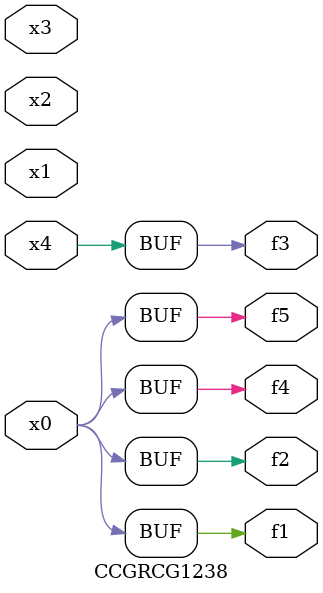
<source format=v>
module CCGRCG1238(
	input x0, x1, x2, x3, x4,
	output f1, f2, f3, f4, f5
);
	assign f1 = x0;
	assign f2 = x0;
	assign f3 = x4;
	assign f4 = x0;
	assign f5 = x0;
endmodule

</source>
